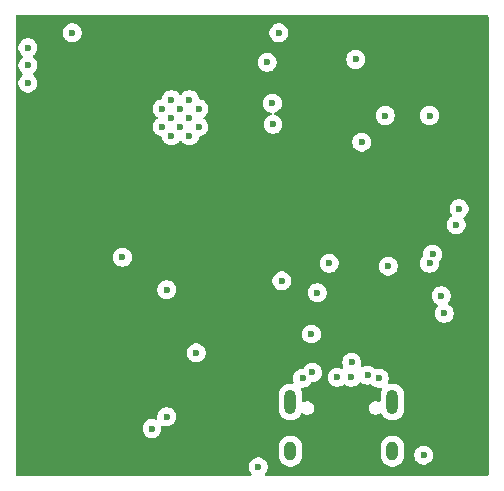
<source format=gbr>
%TF.GenerationSoftware,KiCad,Pcbnew,9.0.1*%
%TF.CreationDate,2025-11-28T17:08:09+01:00*%
%TF.ProjectId,SCD41-D-R1_demo,53434434-312d-4442-9d52-315f64656d6f,rev?*%
%TF.SameCoordinates,Original*%
%TF.FileFunction,Copper,L3,Inr*%
%TF.FilePolarity,Positive*%
%FSLAX46Y46*%
G04 Gerber Fmt 4.6, Leading zero omitted, Abs format (unit mm)*
G04 Created by KiCad (PCBNEW 9.0.1) date 2025-11-28 17:08:09*
%MOMM*%
%LPD*%
G01*
G04 APERTURE LIST*
%TA.AperFunction,HeatsinkPad*%
%ADD10O,1.000000X2.100000*%
%TD*%
%TA.AperFunction,HeatsinkPad*%
%ADD11O,1.000000X1.600000*%
%TD*%
%TA.AperFunction,HeatsinkPad*%
%ADD12C,0.600000*%
%TD*%
%TA.AperFunction,ViaPad*%
%ADD13C,0.600000*%
%TD*%
G04 APERTURE END LIST*
D10*
%TO.N,GND*%
%TO.C,J4*%
X182717500Y-98240000D03*
D11*
X182717500Y-102420000D03*
D10*
X191357500Y-98240000D03*
D11*
X191357500Y-102420000D03*
%TD*%
D12*
%TO.N,GND*%
%TO.C,U4*%
X171890000Y-73427500D03*
X171890000Y-74952500D03*
X172652500Y-72665000D03*
X172652500Y-74190000D03*
X172652500Y-75715000D03*
X173415000Y-73427500D03*
X173415000Y-74952500D03*
X174177500Y-72665000D03*
X174177500Y-74190000D03*
X174177500Y-75715000D03*
X174940000Y-73427500D03*
X174940000Y-74952500D03*
%TD*%
D13*
%TO.N,D+*%
X186687500Y-96166988D03*
X187887500Y-96166987D03*
%TO.N,VIN*%
X184587500Y-95750000D03*
X189250000Y-96000000D03*
%TO.N,GND*%
X191000000Y-86750000D03*
%TO.N,Net-(Q1A-E1)*%
X197000000Y-81900000D03*
X196750000Y-83250000D03*
%TO.N,TX*%
X190750000Y-74000000D03*
X194752983Y-85741051D03*
%TO.N,RX*%
X188750000Y-76250000D03*
X194500000Y-86500000D03*
%TO.N,EN*%
X180750000Y-69500000D03*
X188250000Y-69250000D03*
%TO.N,SCL*%
X181200735Y-72950735D03*
X181250000Y-74750000D03*
%TO.N,GND*%
X174750000Y-94100000D03*
X190250000Y-96250000D03*
X183750000Y-96250000D03*
X184500000Y-92500000D03*
X185000000Y-89000000D03*
X182000000Y-88000000D03*
X186000000Y-86500000D03*
%TO.N,+3.3V*%
X190500000Y-77750000D03*
X194500000Y-72750000D03*
%TO.N,GND*%
X194500000Y-74000000D03*
%TO.N,+3.3V*%
X186750000Y-70250000D03*
%TO.N,GND*%
X181750000Y-67000000D03*
X195500000Y-89250000D03*
X195750000Y-90750000D03*
%TO.N,+3.3V*%
X192500000Y-94000000D03*
X192000000Y-91500000D03*
X189000000Y-86500000D03*
X189000000Y-88000000D03*
X190500000Y-89000000D03*
%TO.N,GND*%
X187906985Y-94900000D03*
X194000000Y-102750000D03*
X180000000Y-103750000D03*
%TO.N,+3.3V*%
X173500000Y-88750000D03*
X174250000Y-102750000D03*
%TO.N,GND*%
X172250000Y-99500000D03*
%TO.N,+3.3V*%
X173500000Y-99500000D03*
X173000000Y-101250000D03*
%TO.N,GND*%
X171000000Y-100500000D03*
X172250000Y-88750000D03*
X168500000Y-86000000D03*
%TO.N,+3.3V*%
X164250000Y-68250000D03*
X163250000Y-69750000D03*
X163250000Y-68250000D03*
%TO.N,GND*%
X164250000Y-67000000D03*
X160500000Y-71250000D03*
X160500000Y-69750000D03*
X160500000Y-68250000D03*
%TD*%
%TA.AperFunction,Conductor*%
%TO.N,+3.3V*%
G36*
X199442539Y-65520185D02*
G01*
X199488294Y-65572989D01*
X199499500Y-65624500D01*
X199499500Y-104375500D01*
X199479815Y-104442539D01*
X199427011Y-104488294D01*
X199375500Y-104499500D01*
X180681941Y-104499500D01*
X180614902Y-104479815D01*
X180569147Y-104427011D01*
X180559203Y-104357853D01*
X180588228Y-104294297D01*
X180594260Y-104287819D01*
X180621786Y-104260292D01*
X180621789Y-104260289D01*
X180709394Y-104129179D01*
X180769737Y-103983497D01*
X180800500Y-103828842D01*
X180800500Y-103671158D01*
X180800500Y-103671155D01*
X180800499Y-103671153D01*
X180769738Y-103516510D01*
X180769737Y-103516503D01*
X180709794Y-103371786D01*
X180709397Y-103370827D01*
X180709390Y-103370814D01*
X180621789Y-103239711D01*
X180621786Y-103239707D01*
X180510292Y-103128213D01*
X180510288Y-103128210D01*
X180379185Y-103040609D01*
X180379172Y-103040602D01*
X180233501Y-102980264D01*
X180233489Y-102980261D01*
X180078845Y-102949500D01*
X180078842Y-102949500D01*
X179921158Y-102949500D01*
X179921155Y-102949500D01*
X179766510Y-102980261D01*
X179766498Y-102980264D01*
X179620827Y-103040602D01*
X179620814Y-103040609D01*
X179489711Y-103128210D01*
X179489707Y-103128213D01*
X179378213Y-103239707D01*
X179378210Y-103239711D01*
X179290609Y-103370814D01*
X179290602Y-103370827D01*
X179230264Y-103516498D01*
X179230261Y-103516510D01*
X179199500Y-103671153D01*
X179199500Y-103828846D01*
X179230261Y-103983489D01*
X179230264Y-103983501D01*
X179290602Y-104129172D01*
X179290609Y-104129185D01*
X179378210Y-104260288D01*
X179378213Y-104260292D01*
X179405740Y-104287819D01*
X179439225Y-104349142D01*
X179434241Y-104418834D01*
X179392369Y-104474767D01*
X179326905Y-104499184D01*
X179318059Y-104499500D01*
X159574500Y-104499500D01*
X159507461Y-104479815D01*
X159461706Y-104427011D01*
X159450500Y-104375500D01*
X159450500Y-102818543D01*
X181716999Y-102818543D01*
X181755447Y-103011829D01*
X181755450Y-103011839D01*
X181830864Y-103193907D01*
X181830871Y-103193920D01*
X181940360Y-103357781D01*
X181940363Y-103357785D01*
X182079714Y-103497136D01*
X182079718Y-103497139D01*
X182243579Y-103606628D01*
X182243592Y-103606635D01*
X182425660Y-103682049D01*
X182425665Y-103682051D01*
X182425669Y-103682051D01*
X182425670Y-103682052D01*
X182618956Y-103720500D01*
X182618959Y-103720500D01*
X182816043Y-103720500D01*
X182946082Y-103694632D01*
X183009335Y-103682051D01*
X183191414Y-103606632D01*
X183355282Y-103497139D01*
X183494639Y-103357782D01*
X183604132Y-103193914D01*
X183679551Y-103011835D01*
X183692132Y-102948582D01*
X183718000Y-102818543D01*
X190356999Y-102818543D01*
X190395447Y-103011829D01*
X190395450Y-103011839D01*
X190470864Y-103193907D01*
X190470871Y-103193920D01*
X190580360Y-103357781D01*
X190580363Y-103357785D01*
X190719714Y-103497136D01*
X190719718Y-103497139D01*
X190883579Y-103606628D01*
X190883592Y-103606635D01*
X191065660Y-103682049D01*
X191065665Y-103682051D01*
X191065669Y-103682051D01*
X191065670Y-103682052D01*
X191258956Y-103720500D01*
X191258959Y-103720500D01*
X191456043Y-103720500D01*
X191586082Y-103694632D01*
X191649335Y-103682051D01*
X191831414Y-103606632D01*
X191995282Y-103497139D01*
X192134639Y-103357782D01*
X192244132Y-103193914D01*
X192319551Y-103011835D01*
X192332132Y-102948582D01*
X192358000Y-102818543D01*
X192358000Y-102671153D01*
X193199500Y-102671153D01*
X193199500Y-102828846D01*
X193230261Y-102983489D01*
X193230264Y-102983501D01*
X193290602Y-103129172D01*
X193290609Y-103129185D01*
X193378210Y-103260288D01*
X193378213Y-103260292D01*
X193489707Y-103371786D01*
X193489711Y-103371789D01*
X193620814Y-103459390D01*
X193620827Y-103459397D01*
X193711946Y-103497139D01*
X193766503Y-103519737D01*
X193921153Y-103550499D01*
X193921156Y-103550500D01*
X193921158Y-103550500D01*
X194078844Y-103550500D01*
X194078845Y-103550499D01*
X194233497Y-103519737D01*
X194379179Y-103459394D01*
X194510289Y-103371789D01*
X194621789Y-103260289D01*
X194709394Y-103129179D01*
X194769737Y-102983497D01*
X194800500Y-102828842D01*
X194800500Y-102671158D01*
X194800500Y-102671155D01*
X194800499Y-102671153D01*
X194769738Y-102516510D01*
X194769737Y-102516503D01*
X194769735Y-102516498D01*
X194709397Y-102370827D01*
X194709390Y-102370814D01*
X194621789Y-102239711D01*
X194621786Y-102239707D01*
X194510292Y-102128213D01*
X194510288Y-102128210D01*
X194379185Y-102040609D01*
X194379172Y-102040602D01*
X194233501Y-101980264D01*
X194233489Y-101980261D01*
X194078845Y-101949500D01*
X194078842Y-101949500D01*
X193921158Y-101949500D01*
X193921155Y-101949500D01*
X193766510Y-101980261D01*
X193766498Y-101980264D01*
X193620827Y-102040602D01*
X193620814Y-102040609D01*
X193489711Y-102128210D01*
X193489707Y-102128213D01*
X193378213Y-102239707D01*
X193378210Y-102239711D01*
X193290609Y-102370814D01*
X193290602Y-102370827D01*
X193230264Y-102516498D01*
X193230261Y-102516510D01*
X193199500Y-102671153D01*
X192358000Y-102671153D01*
X192358000Y-102021456D01*
X192319552Y-101828170D01*
X192319551Y-101828169D01*
X192319551Y-101828165D01*
X192319549Y-101828160D01*
X192244135Y-101646092D01*
X192244128Y-101646079D01*
X192134639Y-101482218D01*
X192134636Y-101482214D01*
X191995285Y-101342863D01*
X191995281Y-101342860D01*
X191831420Y-101233371D01*
X191831407Y-101233364D01*
X191649339Y-101157950D01*
X191649329Y-101157947D01*
X191456043Y-101119500D01*
X191456041Y-101119500D01*
X191258959Y-101119500D01*
X191258957Y-101119500D01*
X191065670Y-101157947D01*
X191065660Y-101157950D01*
X190883592Y-101233364D01*
X190883579Y-101233371D01*
X190719718Y-101342860D01*
X190719714Y-101342863D01*
X190580363Y-101482214D01*
X190580360Y-101482218D01*
X190470871Y-101646079D01*
X190470864Y-101646092D01*
X190395450Y-101828160D01*
X190395447Y-101828170D01*
X190357000Y-102021456D01*
X190357000Y-102021459D01*
X190357000Y-102818541D01*
X190357000Y-102818543D01*
X190356999Y-102818543D01*
X183718000Y-102818543D01*
X183718000Y-102021456D01*
X183679552Y-101828170D01*
X183679551Y-101828169D01*
X183679551Y-101828165D01*
X183679549Y-101828160D01*
X183604135Y-101646092D01*
X183604128Y-101646079D01*
X183494639Y-101482218D01*
X183494636Y-101482214D01*
X183355285Y-101342863D01*
X183355281Y-101342860D01*
X183191420Y-101233371D01*
X183191407Y-101233364D01*
X183009339Y-101157950D01*
X183009329Y-101157947D01*
X182816043Y-101119500D01*
X182816041Y-101119500D01*
X182618959Y-101119500D01*
X182618957Y-101119500D01*
X182425670Y-101157947D01*
X182425660Y-101157950D01*
X182243592Y-101233364D01*
X182243579Y-101233371D01*
X182079718Y-101342860D01*
X182079714Y-101342863D01*
X181940363Y-101482214D01*
X181940360Y-101482218D01*
X181830871Y-101646079D01*
X181830864Y-101646092D01*
X181755450Y-101828160D01*
X181755447Y-101828170D01*
X181717000Y-102021456D01*
X181717000Y-102021459D01*
X181717000Y-102818541D01*
X181717000Y-102818543D01*
X181716999Y-102818543D01*
X159450500Y-102818543D01*
X159450500Y-100421153D01*
X170199500Y-100421153D01*
X170199500Y-100578846D01*
X170230261Y-100733489D01*
X170230264Y-100733501D01*
X170290602Y-100879172D01*
X170290609Y-100879185D01*
X170378210Y-101010288D01*
X170378213Y-101010292D01*
X170489707Y-101121786D01*
X170489711Y-101121789D01*
X170620814Y-101209390D01*
X170620827Y-101209397D01*
X170766498Y-101269735D01*
X170766503Y-101269737D01*
X170921153Y-101300499D01*
X170921156Y-101300500D01*
X170921158Y-101300500D01*
X171078844Y-101300500D01*
X171078845Y-101300499D01*
X171233497Y-101269737D01*
X171379179Y-101209394D01*
X171510289Y-101121789D01*
X171621789Y-101010289D01*
X171709394Y-100879179D01*
X171769737Y-100733497D01*
X171800500Y-100578842D01*
X171800500Y-100421158D01*
X171800500Y-100421155D01*
X171793540Y-100386167D01*
X171799767Y-100316576D01*
X171842629Y-100261398D01*
X171908519Y-100238153D01*
X171962609Y-100247414D01*
X172008683Y-100266498D01*
X172016503Y-100269737D01*
X172171153Y-100300499D01*
X172171156Y-100300500D01*
X172171158Y-100300500D01*
X172328844Y-100300500D01*
X172328845Y-100300499D01*
X172483497Y-100269737D01*
X172629179Y-100209394D01*
X172760289Y-100121789D01*
X172871789Y-100010289D01*
X172959394Y-99879179D01*
X173019737Y-99733497D01*
X173050500Y-99578842D01*
X173050500Y-99421158D01*
X173050500Y-99421155D01*
X173050499Y-99421153D01*
X173019737Y-99266503D01*
X173018662Y-99263907D01*
X172959397Y-99120827D01*
X172959390Y-99120814D01*
X172871789Y-98989711D01*
X172871786Y-98989707D01*
X172770622Y-98888543D01*
X181716999Y-98888543D01*
X181755447Y-99081829D01*
X181755450Y-99081839D01*
X181830864Y-99263907D01*
X181830871Y-99263920D01*
X181940360Y-99427781D01*
X181940363Y-99427785D01*
X182079714Y-99567136D01*
X182079718Y-99567139D01*
X182243579Y-99676628D01*
X182243592Y-99676635D01*
X182373066Y-99730264D01*
X182425665Y-99752051D01*
X182425669Y-99752051D01*
X182425670Y-99752052D01*
X182618956Y-99790500D01*
X182618959Y-99790500D01*
X182816043Y-99790500D01*
X182960093Y-99761846D01*
X183009335Y-99752051D01*
X183191414Y-99676632D01*
X183355282Y-99567139D01*
X183494639Y-99427782D01*
X183604132Y-99263914D01*
X183604131Y-99263914D01*
X183607517Y-99258848D01*
X183608974Y-99259821D01*
X183652095Y-99215903D01*
X183720229Y-99200426D01*
X183785914Y-99224242D01*
X183788002Y-99225809D01*
X183794132Y-99230512D01*
X183794135Y-99230515D01*
X183925365Y-99306281D01*
X184071734Y-99345500D01*
X184071736Y-99345500D01*
X184223264Y-99345500D01*
X184223266Y-99345500D01*
X184369635Y-99306281D01*
X184500865Y-99230515D01*
X184608015Y-99123365D01*
X184683781Y-98992135D01*
X184723000Y-98845766D01*
X184723000Y-98694234D01*
X184683781Y-98547865D01*
X184608015Y-98416635D01*
X184500865Y-98309485D01*
X184417587Y-98261404D01*
X184369636Y-98233719D01*
X184265084Y-98205705D01*
X184223266Y-98194500D01*
X184071734Y-98194500D01*
X183925362Y-98233719D01*
X183903999Y-98246054D01*
X183836098Y-98262525D01*
X183770072Y-98239673D01*
X183726882Y-98184751D01*
X183718000Y-98138666D01*
X183718000Y-97591456D01*
X183679552Y-97398170D01*
X183679551Y-97398169D01*
X183679551Y-97398165D01*
X183606562Y-97221952D01*
X183599093Y-97152483D01*
X183630368Y-97090004D01*
X183690457Y-97054352D01*
X183721123Y-97050500D01*
X183828844Y-97050500D01*
X183828845Y-97050499D01*
X183983497Y-97019737D01*
X184129179Y-96959394D01*
X184260289Y-96871789D01*
X184371789Y-96760289D01*
X184459394Y-96629179D01*
X184460276Y-96627048D01*
X184461035Y-96626106D01*
X184462262Y-96623812D01*
X184462697Y-96624044D01*
X184504112Y-96572647D01*
X184570405Y-96550579D01*
X184574837Y-96550500D01*
X184666344Y-96550500D01*
X184666345Y-96550499D01*
X184820997Y-96519737D01*
X184966679Y-96459394D01*
X185097789Y-96371789D01*
X185209289Y-96260289D01*
X185296894Y-96129179D01*
X185313890Y-96088146D01*
X185313892Y-96088141D01*
X185887000Y-96088141D01*
X185887000Y-96245834D01*
X185917761Y-96400477D01*
X185917764Y-96400489D01*
X185978102Y-96546160D01*
X185978109Y-96546173D01*
X186065710Y-96677276D01*
X186065713Y-96677280D01*
X186177207Y-96788774D01*
X186177211Y-96788777D01*
X186308314Y-96876378D01*
X186308327Y-96876385D01*
X186453996Y-96936722D01*
X186454003Y-96936725D01*
X186608648Y-96967486D01*
X186608653Y-96967487D01*
X186608656Y-96967488D01*
X186608658Y-96967488D01*
X186766344Y-96967488D01*
X186766345Y-96967487D01*
X186920997Y-96936725D01*
X187066679Y-96876382D01*
X187197789Y-96788777D01*
X187199814Y-96786751D01*
X187201135Y-96786030D01*
X187202493Y-96784916D01*
X187202704Y-96785173D01*
X187261132Y-96753263D01*
X187330824Y-96758242D01*
X187372439Y-96784986D01*
X187372501Y-96784911D01*
X187373148Y-96785441D01*
X187375188Y-96786753D01*
X187377211Y-96788776D01*
X187508314Y-96876377D01*
X187508327Y-96876384D01*
X187653998Y-96936722D01*
X187654003Y-96936724D01*
X187808653Y-96967486D01*
X187808656Y-96967487D01*
X187808658Y-96967487D01*
X187966344Y-96967487D01*
X187966345Y-96967486D01*
X188120997Y-96936724D01*
X188233666Y-96890054D01*
X188266672Y-96876384D01*
X188266672Y-96876383D01*
X188266679Y-96876381D01*
X188397789Y-96788776D01*
X188509289Y-96677276D01*
X188539864Y-96631516D01*
X188593474Y-96586712D01*
X188662799Y-96578003D01*
X188725827Y-96608157D01*
X188730647Y-96612726D01*
X188739707Y-96621786D01*
X188739711Y-96621789D01*
X188870814Y-96709390D01*
X188870827Y-96709397D01*
X188984041Y-96756291D01*
X189016503Y-96769737D01*
X189171153Y-96800499D01*
X189171156Y-96800500D01*
X189171158Y-96800500D01*
X189328844Y-96800500D01*
X189328845Y-96800499D01*
X189483497Y-96769737D01*
X189515959Y-96756290D01*
X189585423Y-96748821D01*
X189647903Y-96780093D01*
X189651091Y-96783170D01*
X189739707Y-96871786D01*
X189739711Y-96871789D01*
X189870814Y-96959390D01*
X189870827Y-96959397D01*
X190016498Y-97019735D01*
X190016503Y-97019737D01*
X190168157Y-97049903D01*
X190171153Y-97050499D01*
X190171156Y-97050500D01*
X190171158Y-97050500D01*
X190328841Y-97050500D01*
X190328842Y-97050500D01*
X190330821Y-97050106D01*
X190331881Y-97050200D01*
X190334907Y-97049903D01*
X190334963Y-97050476D01*
X190400413Y-97056324D01*
X190455595Y-97099180D01*
X190478848Y-97165067D01*
X190469589Y-97219172D01*
X190468438Y-97221952D01*
X190395449Y-97398165D01*
X190395448Y-97398168D01*
X190395448Y-97398169D01*
X190395447Y-97398170D01*
X190357000Y-97591456D01*
X190357000Y-98138666D01*
X190337315Y-98205705D01*
X190284511Y-98251460D01*
X190215353Y-98261404D01*
X190171001Y-98246054D01*
X190149637Y-98233719D01*
X190045084Y-98205705D01*
X190003266Y-98194500D01*
X189851734Y-98194500D01*
X189705363Y-98233719D01*
X189574135Y-98309485D01*
X189574132Y-98309487D01*
X189466987Y-98416632D01*
X189466985Y-98416635D01*
X189391219Y-98547863D01*
X189352000Y-98694234D01*
X189352000Y-98845766D01*
X189363462Y-98888543D01*
X189391219Y-98992136D01*
X189429102Y-99057750D01*
X189466985Y-99123365D01*
X189574135Y-99230515D01*
X189705365Y-99306281D01*
X189851734Y-99345500D01*
X189851736Y-99345500D01*
X190003264Y-99345500D01*
X190003266Y-99345500D01*
X190149635Y-99306281D01*
X190280865Y-99230515D01*
X190280874Y-99230505D01*
X190286988Y-99225815D01*
X190352156Y-99200617D01*
X190420601Y-99214650D01*
X190466525Y-99259488D01*
X190467483Y-99258849D01*
X190470509Y-99263378D01*
X190470594Y-99263461D01*
X190470728Y-99263706D01*
X190580360Y-99427781D01*
X190580363Y-99427785D01*
X190719714Y-99567136D01*
X190719718Y-99567139D01*
X190883579Y-99676628D01*
X190883592Y-99676635D01*
X191013066Y-99730264D01*
X191065665Y-99752051D01*
X191065669Y-99752051D01*
X191065670Y-99752052D01*
X191258956Y-99790500D01*
X191258959Y-99790500D01*
X191456043Y-99790500D01*
X191600093Y-99761846D01*
X191649335Y-99752051D01*
X191831414Y-99676632D01*
X191995282Y-99567139D01*
X192134639Y-99427782D01*
X192244132Y-99263914D01*
X192319551Y-99081835D01*
X192332132Y-99018582D01*
X192358000Y-98888543D01*
X192358000Y-97591456D01*
X192319552Y-97398170D01*
X192319551Y-97398169D01*
X192319551Y-97398165D01*
X192246562Y-97221952D01*
X192244135Y-97216092D01*
X192244128Y-97216079D01*
X192134639Y-97052218D01*
X192134636Y-97052214D01*
X191995285Y-96912863D01*
X191995281Y-96912860D01*
X191831420Y-96803371D01*
X191831407Y-96803364D01*
X191649339Y-96727950D01*
X191649329Y-96727947D01*
X191456043Y-96689500D01*
X191456041Y-96689500D01*
X191258959Y-96689500D01*
X191258956Y-96689500D01*
X191132796Y-96714595D01*
X191063205Y-96708368D01*
X191008027Y-96665505D01*
X190984783Y-96599615D01*
X190994044Y-96545525D01*
X191019737Y-96483497D01*
X191050500Y-96328842D01*
X191050500Y-96171158D01*
X191050500Y-96171155D01*
X191050499Y-96171153D01*
X191019738Y-96016510D01*
X191019737Y-96016503D01*
X191006062Y-95983489D01*
X190959397Y-95870827D01*
X190959390Y-95870814D01*
X190871789Y-95739711D01*
X190871786Y-95739707D01*
X190760292Y-95628213D01*
X190760288Y-95628210D01*
X190629185Y-95540609D01*
X190629172Y-95540602D01*
X190483501Y-95480264D01*
X190483489Y-95480261D01*
X190328845Y-95449500D01*
X190328842Y-95449500D01*
X190171158Y-95449500D01*
X190171155Y-95449500D01*
X190016511Y-95480260D01*
X190016501Y-95480263D01*
X189984041Y-95493709D01*
X189914571Y-95501178D01*
X189852092Y-95469902D01*
X189848908Y-95466829D01*
X189760292Y-95378213D01*
X189760288Y-95378210D01*
X189629185Y-95290609D01*
X189629172Y-95290602D01*
X189483501Y-95230264D01*
X189483489Y-95230261D01*
X189328845Y-95199500D01*
X189328842Y-95199500D01*
X189171158Y-95199500D01*
X189171155Y-95199500D01*
X189016510Y-95230261D01*
X189016498Y-95230264D01*
X188870827Y-95290602D01*
X188870813Y-95290610D01*
X188852343Y-95302951D01*
X188785665Y-95323827D01*
X188718285Y-95305341D01*
X188671597Y-95253360D01*
X188660422Y-95184390D01*
X188668895Y-95152393D01*
X188676720Y-95133502D01*
X188676720Y-95133501D01*
X188676722Y-95133497D01*
X188707485Y-94978842D01*
X188707485Y-94821158D01*
X188707485Y-94821155D01*
X188707484Y-94821153D01*
X188687719Y-94721789D01*
X188676722Y-94666503D01*
X188653437Y-94610288D01*
X188616382Y-94520827D01*
X188616375Y-94520814D01*
X188528774Y-94389711D01*
X188528771Y-94389707D01*
X188417277Y-94278213D01*
X188417273Y-94278210D01*
X188286170Y-94190609D01*
X188286157Y-94190602D01*
X188140486Y-94130264D01*
X188140474Y-94130261D01*
X187985830Y-94099500D01*
X187985827Y-94099500D01*
X187828143Y-94099500D01*
X187828140Y-94099500D01*
X187673495Y-94130261D01*
X187673483Y-94130264D01*
X187527812Y-94190602D01*
X187527799Y-94190609D01*
X187396696Y-94278210D01*
X187396692Y-94278213D01*
X187285198Y-94389707D01*
X187285195Y-94389711D01*
X187197594Y-94520814D01*
X187197587Y-94520827D01*
X187137249Y-94666498D01*
X187137246Y-94666510D01*
X187106485Y-94821153D01*
X187106485Y-94978846D01*
X187137246Y-95133489D01*
X187137249Y-95133501D01*
X187199349Y-95283426D01*
X187206818Y-95352896D01*
X187175542Y-95415375D01*
X187115453Y-95451026D01*
X187045628Y-95448532D01*
X187037336Y-95445439D01*
X186921001Y-95397252D01*
X186920989Y-95397249D01*
X186766345Y-95366488D01*
X186766342Y-95366488D01*
X186608658Y-95366488D01*
X186608655Y-95366488D01*
X186454010Y-95397249D01*
X186453998Y-95397252D01*
X186308327Y-95457590D01*
X186308314Y-95457597D01*
X186177211Y-95545198D01*
X186177207Y-95545201D01*
X186065713Y-95656695D01*
X186065710Y-95656699D01*
X185978109Y-95787802D01*
X185978102Y-95787815D01*
X185917764Y-95933486D01*
X185917761Y-95933498D01*
X185887000Y-96088141D01*
X185313892Y-96088141D01*
X185336069Y-96034602D01*
X185357235Y-95983501D01*
X185357237Y-95983497D01*
X185388000Y-95828842D01*
X185388000Y-95671158D01*
X185388000Y-95671155D01*
X185387999Y-95671153D01*
X185385123Y-95656695D01*
X185357237Y-95516503D01*
X185350889Y-95501178D01*
X185296897Y-95370827D01*
X185296890Y-95370814D01*
X185209289Y-95239711D01*
X185209286Y-95239707D01*
X185097792Y-95128213D01*
X185097788Y-95128210D01*
X184966685Y-95040609D01*
X184966672Y-95040602D01*
X184821001Y-94980264D01*
X184820989Y-94980261D01*
X184666345Y-94949500D01*
X184666342Y-94949500D01*
X184508658Y-94949500D01*
X184508655Y-94949500D01*
X184354010Y-94980261D01*
X184353998Y-94980264D01*
X184208327Y-95040602D01*
X184208314Y-95040609D01*
X184077211Y-95128210D01*
X184077207Y-95128213D01*
X183965713Y-95239707D01*
X183965710Y-95239711D01*
X183878109Y-95370814D01*
X183878107Y-95370819D01*
X183877225Y-95372949D01*
X183876464Y-95373893D01*
X183875236Y-95376191D01*
X183874800Y-95375958D01*
X183833385Y-95427354D01*
X183767092Y-95449421D01*
X183762662Y-95449500D01*
X183671155Y-95449500D01*
X183516510Y-95480261D01*
X183516498Y-95480264D01*
X183370827Y-95540602D01*
X183370814Y-95540609D01*
X183239711Y-95628210D01*
X183239707Y-95628213D01*
X183128213Y-95739707D01*
X183128210Y-95739711D01*
X183040609Y-95870814D01*
X183040602Y-95870827D01*
X182980264Y-96016498D01*
X182980261Y-96016510D01*
X182949500Y-96171153D01*
X182949500Y-96328846D01*
X182980261Y-96483489D01*
X182980264Y-96483501D01*
X182999221Y-96529267D01*
X183006690Y-96598736D01*
X182975414Y-96661215D01*
X182915325Y-96696867D01*
X182860470Y-96698337D01*
X182816041Y-96689500D01*
X182618959Y-96689500D01*
X182618957Y-96689500D01*
X182425670Y-96727947D01*
X182425660Y-96727950D01*
X182243592Y-96803364D01*
X182243579Y-96803371D01*
X182079718Y-96912860D01*
X182079714Y-96912863D01*
X181940363Y-97052214D01*
X181940360Y-97052218D01*
X181830871Y-97216079D01*
X181830864Y-97216092D01*
X181755450Y-97398160D01*
X181755447Y-97398170D01*
X181717000Y-97591456D01*
X181717000Y-97591459D01*
X181717000Y-98888541D01*
X181717000Y-98888543D01*
X181716999Y-98888543D01*
X172770622Y-98888543D01*
X172760292Y-98878213D01*
X172760288Y-98878210D01*
X172629185Y-98790609D01*
X172629172Y-98790602D01*
X172483501Y-98730264D01*
X172483489Y-98730261D01*
X172328845Y-98699500D01*
X172328842Y-98699500D01*
X172171158Y-98699500D01*
X172171155Y-98699500D01*
X172016510Y-98730261D01*
X172016498Y-98730264D01*
X171870827Y-98790602D01*
X171870814Y-98790609D01*
X171739711Y-98878210D01*
X171739707Y-98878213D01*
X171628213Y-98989707D01*
X171628210Y-98989711D01*
X171540609Y-99120814D01*
X171540602Y-99120827D01*
X171480264Y-99266498D01*
X171480261Y-99266510D01*
X171449500Y-99421153D01*
X171449500Y-99421158D01*
X171449500Y-99578842D01*
X171449501Y-99578846D01*
X171456460Y-99613834D01*
X171450231Y-99683426D01*
X171407368Y-99738602D01*
X171341478Y-99761846D01*
X171287391Y-99752586D01*
X171241314Y-99733501D01*
X171233497Y-99730263D01*
X171233493Y-99730262D01*
X171233489Y-99730261D01*
X171078845Y-99699500D01*
X171078842Y-99699500D01*
X170921158Y-99699500D01*
X170921155Y-99699500D01*
X170766510Y-99730261D01*
X170766498Y-99730264D01*
X170620827Y-99790602D01*
X170620814Y-99790609D01*
X170489711Y-99878210D01*
X170489707Y-99878213D01*
X170378213Y-99989707D01*
X170378210Y-99989711D01*
X170290609Y-100120814D01*
X170290602Y-100120827D01*
X170230264Y-100266498D01*
X170230261Y-100266510D01*
X170199500Y-100421153D01*
X159450500Y-100421153D01*
X159450500Y-94021153D01*
X173949500Y-94021153D01*
X173949500Y-94178846D01*
X173980261Y-94333489D01*
X173980264Y-94333501D01*
X174040602Y-94479172D01*
X174040609Y-94479185D01*
X174128210Y-94610288D01*
X174128213Y-94610292D01*
X174239707Y-94721786D01*
X174239711Y-94721789D01*
X174370814Y-94809390D01*
X174370827Y-94809397D01*
X174516498Y-94869735D01*
X174516503Y-94869737D01*
X174671153Y-94900499D01*
X174671156Y-94900500D01*
X174671158Y-94900500D01*
X174828844Y-94900500D01*
X174828845Y-94900499D01*
X174983497Y-94869737D01*
X175129179Y-94809394D01*
X175260289Y-94721789D01*
X175371789Y-94610289D01*
X175459394Y-94479179D01*
X175519737Y-94333497D01*
X175550500Y-94178842D01*
X175550500Y-94021158D01*
X175550500Y-94021155D01*
X175550499Y-94021153D01*
X175519738Y-93866510D01*
X175519737Y-93866503D01*
X175519735Y-93866498D01*
X175459397Y-93720827D01*
X175459390Y-93720814D01*
X175371789Y-93589711D01*
X175371786Y-93589707D01*
X175260292Y-93478213D01*
X175260288Y-93478210D01*
X175129185Y-93390609D01*
X175129172Y-93390602D01*
X174983501Y-93330264D01*
X174983489Y-93330261D01*
X174828845Y-93299500D01*
X174828842Y-93299500D01*
X174671158Y-93299500D01*
X174671155Y-93299500D01*
X174516510Y-93330261D01*
X174516498Y-93330264D01*
X174370827Y-93390602D01*
X174370814Y-93390609D01*
X174239711Y-93478210D01*
X174239707Y-93478213D01*
X174128213Y-93589707D01*
X174128210Y-93589711D01*
X174040609Y-93720814D01*
X174040602Y-93720827D01*
X173980264Y-93866498D01*
X173980261Y-93866510D01*
X173949500Y-94021153D01*
X159450500Y-94021153D01*
X159450500Y-92421153D01*
X183699500Y-92421153D01*
X183699500Y-92578846D01*
X183730261Y-92733489D01*
X183730264Y-92733501D01*
X183790602Y-92879172D01*
X183790609Y-92879185D01*
X183878210Y-93010288D01*
X183878213Y-93010292D01*
X183989707Y-93121786D01*
X183989711Y-93121789D01*
X184120814Y-93209390D01*
X184120827Y-93209397D01*
X184266498Y-93269735D01*
X184266503Y-93269737D01*
X184416131Y-93299500D01*
X184421153Y-93300499D01*
X184421156Y-93300500D01*
X184421158Y-93300500D01*
X184578844Y-93300500D01*
X184578845Y-93300499D01*
X184733497Y-93269737D01*
X184879179Y-93209394D01*
X185010289Y-93121789D01*
X185121789Y-93010289D01*
X185209394Y-92879179D01*
X185269737Y-92733497D01*
X185300500Y-92578842D01*
X185300500Y-92421158D01*
X185300500Y-92421155D01*
X185300499Y-92421153D01*
X185269738Y-92266510D01*
X185269737Y-92266503D01*
X185269735Y-92266498D01*
X185209397Y-92120827D01*
X185209390Y-92120814D01*
X185121789Y-91989711D01*
X185121786Y-91989707D01*
X185010292Y-91878213D01*
X185010288Y-91878210D01*
X184879185Y-91790609D01*
X184879172Y-91790602D01*
X184733501Y-91730264D01*
X184733489Y-91730261D01*
X184578845Y-91699500D01*
X184578842Y-91699500D01*
X184421158Y-91699500D01*
X184421155Y-91699500D01*
X184266510Y-91730261D01*
X184266498Y-91730264D01*
X184120827Y-91790602D01*
X184120814Y-91790609D01*
X183989711Y-91878210D01*
X183989707Y-91878213D01*
X183878213Y-91989707D01*
X183878210Y-91989711D01*
X183790609Y-92120814D01*
X183790602Y-92120827D01*
X183730264Y-92266498D01*
X183730261Y-92266510D01*
X183699500Y-92421153D01*
X159450500Y-92421153D01*
X159450500Y-88671153D01*
X171449500Y-88671153D01*
X171449500Y-88828846D01*
X171480261Y-88983489D01*
X171480264Y-88983501D01*
X171540602Y-89129172D01*
X171540609Y-89129185D01*
X171628210Y-89260288D01*
X171628213Y-89260292D01*
X171739707Y-89371786D01*
X171739711Y-89371789D01*
X171870814Y-89459390D01*
X171870827Y-89459397D01*
X172016498Y-89519735D01*
X172016503Y-89519737D01*
X172171153Y-89550499D01*
X172171156Y-89550500D01*
X172171158Y-89550500D01*
X172328844Y-89550500D01*
X172328845Y-89550499D01*
X172483497Y-89519737D01*
X172629179Y-89459394D01*
X172760289Y-89371789D01*
X172871789Y-89260289D01*
X172959394Y-89129179D01*
X173019737Y-88983497D01*
X173032138Y-88921153D01*
X184199500Y-88921153D01*
X184199500Y-89078846D01*
X184230261Y-89233489D01*
X184230264Y-89233501D01*
X184290602Y-89379172D01*
X184290609Y-89379185D01*
X184378210Y-89510288D01*
X184378213Y-89510292D01*
X184489707Y-89621786D01*
X184489711Y-89621789D01*
X184620814Y-89709390D01*
X184620827Y-89709397D01*
X184766498Y-89769735D01*
X184766503Y-89769737D01*
X184921153Y-89800499D01*
X184921156Y-89800500D01*
X184921158Y-89800500D01*
X185078844Y-89800500D01*
X185078845Y-89800499D01*
X185233497Y-89769737D01*
X185379179Y-89709394D01*
X185510289Y-89621789D01*
X185621789Y-89510289D01*
X185709394Y-89379179D01*
X185769737Y-89233497D01*
X185782138Y-89171153D01*
X194699500Y-89171153D01*
X194699500Y-89328846D01*
X194730261Y-89483489D01*
X194730264Y-89483501D01*
X194790602Y-89629172D01*
X194790609Y-89629185D01*
X194878210Y-89760288D01*
X194878213Y-89760292D01*
X194989707Y-89871786D01*
X194989711Y-89871789D01*
X195120814Y-89959390D01*
X195120827Y-89959397D01*
X195152806Y-89972643D01*
X195207210Y-90016483D01*
X195229275Y-90082778D01*
X195211996Y-90150477D01*
X195193036Y-90174885D01*
X195128210Y-90239711D01*
X195040609Y-90370814D01*
X195040602Y-90370827D01*
X194980264Y-90516498D01*
X194980261Y-90516510D01*
X194949500Y-90671153D01*
X194949500Y-90828846D01*
X194980261Y-90983489D01*
X194980264Y-90983501D01*
X195040602Y-91129172D01*
X195040609Y-91129185D01*
X195128210Y-91260288D01*
X195128213Y-91260292D01*
X195239707Y-91371786D01*
X195239711Y-91371789D01*
X195370814Y-91459390D01*
X195370827Y-91459397D01*
X195516498Y-91519735D01*
X195516503Y-91519737D01*
X195671153Y-91550499D01*
X195671156Y-91550500D01*
X195671158Y-91550500D01*
X195828844Y-91550500D01*
X195828845Y-91550499D01*
X195983497Y-91519737D01*
X196129179Y-91459394D01*
X196260289Y-91371789D01*
X196371789Y-91260289D01*
X196459394Y-91129179D01*
X196519737Y-90983497D01*
X196550500Y-90828842D01*
X196550500Y-90671158D01*
X196550500Y-90671155D01*
X196550499Y-90671153D01*
X196519738Y-90516510D01*
X196519737Y-90516503D01*
X196519735Y-90516498D01*
X196459397Y-90370827D01*
X196459390Y-90370814D01*
X196371789Y-90239711D01*
X196371786Y-90239707D01*
X196260292Y-90128213D01*
X196260288Y-90128210D01*
X196129185Y-90040609D01*
X196129179Y-90040606D01*
X196097191Y-90027356D01*
X196042788Y-89983514D01*
X196020724Y-89917220D01*
X196038004Y-89849521D01*
X196056960Y-89825117D01*
X196121789Y-89760289D01*
X196209394Y-89629179D01*
X196269737Y-89483497D01*
X196300500Y-89328842D01*
X196300500Y-89171158D01*
X196300500Y-89171155D01*
X196300499Y-89171153D01*
X196269738Y-89016510D01*
X196269737Y-89016503D01*
X196230242Y-88921153D01*
X196209397Y-88870827D01*
X196209390Y-88870814D01*
X196121789Y-88739711D01*
X196121786Y-88739707D01*
X196010292Y-88628213D01*
X196010288Y-88628210D01*
X195879185Y-88540609D01*
X195879172Y-88540602D01*
X195733501Y-88480264D01*
X195733489Y-88480261D01*
X195578845Y-88449500D01*
X195578842Y-88449500D01*
X195421158Y-88449500D01*
X195421155Y-88449500D01*
X195266510Y-88480261D01*
X195266498Y-88480264D01*
X195120827Y-88540602D01*
X195120814Y-88540609D01*
X194989711Y-88628210D01*
X194989707Y-88628213D01*
X194878213Y-88739707D01*
X194878210Y-88739711D01*
X194790609Y-88870814D01*
X194790602Y-88870827D01*
X194730264Y-89016498D01*
X194730261Y-89016510D01*
X194699500Y-89171153D01*
X185782138Y-89171153D01*
X185790489Y-89129172D01*
X185800500Y-89078844D01*
X185800500Y-88921155D01*
X185800499Y-88921153D01*
X185769738Y-88766510D01*
X185769737Y-88766503D01*
X185769735Y-88766498D01*
X185709397Y-88620827D01*
X185709390Y-88620814D01*
X185621789Y-88489711D01*
X185621786Y-88489707D01*
X185510292Y-88378213D01*
X185510288Y-88378210D01*
X185379185Y-88290609D01*
X185379172Y-88290602D01*
X185233501Y-88230264D01*
X185233489Y-88230261D01*
X185078845Y-88199500D01*
X185078842Y-88199500D01*
X184921158Y-88199500D01*
X184921155Y-88199500D01*
X184766510Y-88230261D01*
X184766498Y-88230264D01*
X184620827Y-88290602D01*
X184620814Y-88290609D01*
X184489711Y-88378210D01*
X184489707Y-88378213D01*
X184378213Y-88489707D01*
X184378210Y-88489711D01*
X184290609Y-88620814D01*
X184290602Y-88620827D01*
X184230264Y-88766498D01*
X184230261Y-88766510D01*
X184199500Y-88921153D01*
X173032138Y-88921153D01*
X173050500Y-88828842D01*
X173050500Y-88671158D01*
X173050500Y-88671155D01*
X173050499Y-88671153D01*
X173024531Y-88540606D01*
X173019737Y-88516503D01*
X173017163Y-88510288D01*
X172959397Y-88370827D01*
X172959390Y-88370814D01*
X172871789Y-88239711D01*
X172871786Y-88239707D01*
X172760292Y-88128213D01*
X172760288Y-88128210D01*
X172629185Y-88040609D01*
X172629173Y-88040602D01*
X172602674Y-88029627D01*
X172483501Y-87980264D01*
X172483489Y-87980261D01*
X172328845Y-87949500D01*
X172328842Y-87949500D01*
X172171158Y-87949500D01*
X172171155Y-87949500D01*
X172016510Y-87980261D01*
X172016498Y-87980264D01*
X171870827Y-88040602D01*
X171870814Y-88040609D01*
X171739711Y-88128210D01*
X171739707Y-88128213D01*
X171628213Y-88239707D01*
X171628210Y-88239711D01*
X171540609Y-88370814D01*
X171540602Y-88370827D01*
X171480264Y-88516498D01*
X171480261Y-88516510D01*
X171449500Y-88671153D01*
X159450500Y-88671153D01*
X159450500Y-87921153D01*
X181199500Y-87921153D01*
X181199500Y-88078846D01*
X181230261Y-88233489D01*
X181230264Y-88233501D01*
X181290602Y-88379172D01*
X181290609Y-88379185D01*
X181378210Y-88510288D01*
X181378213Y-88510292D01*
X181489707Y-88621786D01*
X181489711Y-88621789D01*
X181620814Y-88709390D01*
X181620827Y-88709397D01*
X181694013Y-88739711D01*
X181766503Y-88769737D01*
X181921153Y-88800499D01*
X181921156Y-88800500D01*
X181921158Y-88800500D01*
X182078844Y-88800500D01*
X182078845Y-88800499D01*
X182089179Y-88798443D01*
X182114287Y-88793450D01*
X182114292Y-88793449D01*
X182199800Y-88776439D01*
X182233497Y-88769737D01*
X182379179Y-88709394D01*
X182510289Y-88621789D01*
X182621789Y-88510289D01*
X182709394Y-88379179D01*
X182712854Y-88370827D01*
X182723067Y-88346166D01*
X182769737Y-88233497D01*
X182800500Y-88078842D01*
X182800500Y-87921158D01*
X182800500Y-87921155D01*
X182800499Y-87921153D01*
X182769738Y-87766510D01*
X182769737Y-87766503D01*
X182769735Y-87766498D01*
X182709397Y-87620827D01*
X182709390Y-87620814D01*
X182621789Y-87489711D01*
X182621786Y-87489707D01*
X182510292Y-87378213D01*
X182510288Y-87378210D01*
X182379185Y-87290609D01*
X182379172Y-87290602D01*
X182233501Y-87230264D01*
X182233489Y-87230261D01*
X182078845Y-87199500D01*
X182078842Y-87199500D01*
X181921158Y-87199500D01*
X181921155Y-87199500D01*
X181766510Y-87230261D01*
X181766498Y-87230264D01*
X181620827Y-87290602D01*
X181620814Y-87290609D01*
X181489711Y-87378210D01*
X181489707Y-87378213D01*
X181378213Y-87489707D01*
X181378210Y-87489711D01*
X181290609Y-87620814D01*
X181290602Y-87620827D01*
X181230264Y-87766498D01*
X181230261Y-87766510D01*
X181199500Y-87921153D01*
X159450500Y-87921153D01*
X159450500Y-85921153D01*
X167699500Y-85921153D01*
X167699500Y-86078846D01*
X167730261Y-86233489D01*
X167730264Y-86233501D01*
X167790602Y-86379172D01*
X167790609Y-86379185D01*
X167878210Y-86510288D01*
X167878213Y-86510292D01*
X167989707Y-86621786D01*
X167989711Y-86621789D01*
X168120814Y-86709390D01*
X168120827Y-86709397D01*
X168266498Y-86769735D01*
X168266503Y-86769737D01*
X168421153Y-86800499D01*
X168421156Y-86800500D01*
X168421158Y-86800500D01*
X168578844Y-86800500D01*
X168578845Y-86800499D01*
X168733497Y-86769737D01*
X168879179Y-86709394D01*
X169010289Y-86621789D01*
X169121789Y-86510289D01*
X169181348Y-86421153D01*
X185199500Y-86421153D01*
X185199500Y-86578846D01*
X185230261Y-86733489D01*
X185230264Y-86733501D01*
X185290602Y-86879172D01*
X185290609Y-86879185D01*
X185378210Y-87010288D01*
X185378213Y-87010292D01*
X185489707Y-87121786D01*
X185489711Y-87121789D01*
X185620814Y-87209390D01*
X185620827Y-87209397D01*
X185766498Y-87269735D01*
X185766503Y-87269737D01*
X185921153Y-87300499D01*
X185921156Y-87300500D01*
X185921158Y-87300500D01*
X186078844Y-87300500D01*
X186078845Y-87300499D01*
X186233497Y-87269737D01*
X186379179Y-87209394D01*
X186510289Y-87121789D01*
X186621789Y-87010289D01*
X186709394Y-86879179D01*
X186769737Y-86733497D01*
X186782138Y-86671153D01*
X190199500Y-86671153D01*
X190199500Y-86828846D01*
X190230261Y-86983489D01*
X190230264Y-86983501D01*
X190290602Y-87129172D01*
X190290609Y-87129185D01*
X190378210Y-87260288D01*
X190378213Y-87260292D01*
X190489707Y-87371786D01*
X190489711Y-87371789D01*
X190620814Y-87459390D01*
X190620827Y-87459397D01*
X190694013Y-87489711D01*
X190766503Y-87519737D01*
X190921153Y-87550499D01*
X190921156Y-87550500D01*
X190921158Y-87550500D01*
X191078844Y-87550500D01*
X191078845Y-87550499D01*
X191233497Y-87519737D01*
X191379179Y-87459394D01*
X191510289Y-87371789D01*
X191621789Y-87260289D01*
X191709394Y-87129179D01*
X191769737Y-86983497D01*
X191800500Y-86828842D01*
X191800500Y-86671158D01*
X191800500Y-86671155D01*
X191800499Y-86671153D01*
X191769738Y-86516510D01*
X191769737Y-86516503D01*
X191730242Y-86421153D01*
X193699500Y-86421153D01*
X193699500Y-86578846D01*
X193730261Y-86733489D01*
X193730264Y-86733501D01*
X193790602Y-86879172D01*
X193790609Y-86879185D01*
X193878210Y-87010288D01*
X193878213Y-87010292D01*
X193989707Y-87121786D01*
X193989711Y-87121789D01*
X194120814Y-87209390D01*
X194120827Y-87209397D01*
X194266498Y-87269735D01*
X194266503Y-87269737D01*
X194421153Y-87300499D01*
X194421156Y-87300500D01*
X194421158Y-87300500D01*
X194578844Y-87300500D01*
X194578845Y-87300499D01*
X194733497Y-87269737D01*
X194879179Y-87209394D01*
X195010289Y-87121789D01*
X195121789Y-87010289D01*
X195209394Y-86879179D01*
X195269737Y-86733497D01*
X195300500Y-86578842D01*
X195300500Y-86421158D01*
X195300500Y-86421155D01*
X195297579Y-86406474D01*
X195303803Y-86336882D01*
X195331514Y-86294597D01*
X195374772Y-86251340D01*
X195462377Y-86120230D01*
X195522720Y-85974548D01*
X195553483Y-85819893D01*
X195553483Y-85662209D01*
X195553483Y-85662206D01*
X195553482Y-85662204D01*
X195522720Y-85507554D01*
X195469145Y-85378211D01*
X195462380Y-85361878D01*
X195462373Y-85361865D01*
X195374772Y-85230762D01*
X195374769Y-85230758D01*
X195263275Y-85119264D01*
X195263271Y-85119261D01*
X195132168Y-85031660D01*
X195132155Y-85031653D01*
X194986484Y-84971315D01*
X194986472Y-84971312D01*
X194831828Y-84940551D01*
X194831825Y-84940551D01*
X194674141Y-84940551D01*
X194674138Y-84940551D01*
X194519493Y-84971312D01*
X194519481Y-84971315D01*
X194373810Y-85031653D01*
X194373797Y-85031660D01*
X194242694Y-85119261D01*
X194242690Y-85119264D01*
X194131196Y-85230758D01*
X194131193Y-85230762D01*
X194043592Y-85361865D01*
X194043585Y-85361878D01*
X193983247Y-85507549D01*
X193983244Y-85507561D01*
X193952483Y-85662204D01*
X193952483Y-85819894D01*
X193955404Y-85834578D01*
X193949177Y-85904170D01*
X193921470Y-85946450D01*
X193878212Y-85989708D01*
X193878208Y-85989714D01*
X193790609Y-86120814D01*
X193790602Y-86120827D01*
X193730264Y-86266498D01*
X193730261Y-86266510D01*
X193699500Y-86421153D01*
X191730242Y-86421153D01*
X191724162Y-86406474D01*
X191709397Y-86370827D01*
X191709390Y-86370814D01*
X191621789Y-86239711D01*
X191621786Y-86239707D01*
X191510292Y-86128213D01*
X191510288Y-86128210D01*
X191379185Y-86040609D01*
X191379172Y-86040602D01*
X191233501Y-85980264D01*
X191233489Y-85980261D01*
X191078845Y-85949500D01*
X191078842Y-85949500D01*
X190921158Y-85949500D01*
X190921155Y-85949500D01*
X190766510Y-85980261D01*
X190766498Y-85980264D01*
X190620827Y-86040602D01*
X190620814Y-86040609D01*
X190489711Y-86128210D01*
X190489707Y-86128213D01*
X190378213Y-86239707D01*
X190378210Y-86239711D01*
X190290609Y-86370814D01*
X190290602Y-86370827D01*
X190230264Y-86516498D01*
X190230261Y-86516510D01*
X190199500Y-86671153D01*
X186782138Y-86671153D01*
X186791958Y-86621786D01*
X186800500Y-86578844D01*
X186800500Y-86421155D01*
X186800499Y-86421153D01*
X186769738Y-86266510D01*
X186769737Y-86266503D01*
X186763455Y-86251337D01*
X186709397Y-86120827D01*
X186709390Y-86120814D01*
X186621789Y-85989711D01*
X186621786Y-85989707D01*
X186510292Y-85878213D01*
X186510288Y-85878210D01*
X186379185Y-85790609D01*
X186379172Y-85790602D01*
X186233501Y-85730264D01*
X186233489Y-85730261D01*
X186078845Y-85699500D01*
X186078842Y-85699500D01*
X185921158Y-85699500D01*
X185921155Y-85699500D01*
X185766510Y-85730261D01*
X185766498Y-85730264D01*
X185620827Y-85790602D01*
X185620814Y-85790609D01*
X185489711Y-85878210D01*
X185489707Y-85878213D01*
X185378213Y-85989707D01*
X185378210Y-85989711D01*
X185290609Y-86120814D01*
X185290602Y-86120827D01*
X185230264Y-86266498D01*
X185230261Y-86266510D01*
X185199500Y-86421153D01*
X169181348Y-86421153D01*
X169209394Y-86379179D01*
X169269737Y-86233497D01*
X169300500Y-86078842D01*
X169300500Y-85921158D01*
X169300500Y-85921155D01*
X169300499Y-85921153D01*
X169274531Y-85790606D01*
X169269737Y-85766503D01*
X169269735Y-85766498D01*
X169209397Y-85620827D01*
X169209390Y-85620814D01*
X169121789Y-85489711D01*
X169121786Y-85489707D01*
X169010292Y-85378213D01*
X169010288Y-85378210D01*
X168879185Y-85290609D01*
X168879172Y-85290602D01*
X168733501Y-85230264D01*
X168733489Y-85230261D01*
X168578845Y-85199500D01*
X168578842Y-85199500D01*
X168421158Y-85199500D01*
X168421155Y-85199500D01*
X168266510Y-85230261D01*
X168266498Y-85230264D01*
X168120827Y-85290602D01*
X168120814Y-85290609D01*
X167989711Y-85378210D01*
X167989707Y-85378213D01*
X167878213Y-85489707D01*
X167878210Y-85489711D01*
X167790609Y-85620814D01*
X167790602Y-85620827D01*
X167730264Y-85766498D01*
X167730261Y-85766510D01*
X167699500Y-85921153D01*
X159450500Y-85921153D01*
X159450500Y-83171153D01*
X195949500Y-83171153D01*
X195949500Y-83328846D01*
X195980261Y-83483489D01*
X195980264Y-83483501D01*
X196040602Y-83629172D01*
X196040609Y-83629185D01*
X196128210Y-83760288D01*
X196128213Y-83760292D01*
X196239707Y-83871786D01*
X196239711Y-83871789D01*
X196370814Y-83959390D01*
X196370827Y-83959397D01*
X196516498Y-84019735D01*
X196516503Y-84019737D01*
X196671153Y-84050499D01*
X196671156Y-84050500D01*
X196671158Y-84050500D01*
X196828844Y-84050500D01*
X196828845Y-84050499D01*
X196983497Y-84019737D01*
X197129179Y-83959394D01*
X197260289Y-83871789D01*
X197371789Y-83760289D01*
X197459394Y-83629179D01*
X197519737Y-83483497D01*
X197550500Y-83328842D01*
X197550500Y-83171158D01*
X197550500Y-83171155D01*
X197550499Y-83171153D01*
X197519738Y-83016510D01*
X197519737Y-83016503D01*
X197519735Y-83016498D01*
X197459397Y-82870827D01*
X197459390Y-82870814D01*
X197382762Y-82756133D01*
X197361884Y-82689456D01*
X197380368Y-82622076D01*
X197416970Y-82584142D01*
X197510289Y-82521789D01*
X197621789Y-82410289D01*
X197709394Y-82279179D01*
X197769737Y-82133497D01*
X197800500Y-81978842D01*
X197800500Y-81821158D01*
X197800500Y-81821155D01*
X197800499Y-81821153D01*
X197769738Y-81666510D01*
X197769737Y-81666503D01*
X197769735Y-81666498D01*
X197709397Y-81520827D01*
X197709390Y-81520814D01*
X197621789Y-81389711D01*
X197621786Y-81389707D01*
X197510292Y-81278213D01*
X197510288Y-81278210D01*
X197379185Y-81190609D01*
X197379172Y-81190602D01*
X197233501Y-81130264D01*
X197233489Y-81130261D01*
X197078845Y-81099500D01*
X197078842Y-81099500D01*
X196921158Y-81099500D01*
X196921155Y-81099500D01*
X196766510Y-81130261D01*
X196766498Y-81130264D01*
X196620827Y-81190602D01*
X196620814Y-81190609D01*
X196489711Y-81278210D01*
X196489707Y-81278213D01*
X196378213Y-81389707D01*
X196378210Y-81389711D01*
X196290609Y-81520814D01*
X196290602Y-81520827D01*
X196230264Y-81666498D01*
X196230261Y-81666510D01*
X196199500Y-81821153D01*
X196199500Y-81978846D01*
X196230261Y-82133489D01*
X196230264Y-82133501D01*
X196290602Y-82279172D01*
X196290609Y-82279185D01*
X196367237Y-82393866D01*
X196388115Y-82460544D01*
X196369631Y-82527924D01*
X196333026Y-82565859D01*
X196239711Y-82628210D01*
X196239707Y-82628213D01*
X196128213Y-82739707D01*
X196128210Y-82739711D01*
X196040609Y-82870814D01*
X196040602Y-82870827D01*
X195980264Y-83016498D01*
X195980261Y-83016510D01*
X195949500Y-83171153D01*
X159450500Y-83171153D01*
X159450500Y-73348653D01*
X171089500Y-73348653D01*
X171089500Y-73506346D01*
X171120261Y-73660989D01*
X171120264Y-73661001D01*
X171180602Y-73806672D01*
X171180609Y-73806685D01*
X171268210Y-73937788D01*
X171268213Y-73937792D01*
X171379707Y-74049286D01*
X171379711Y-74049289D01*
X171435996Y-74086898D01*
X171480801Y-74140510D01*
X171489508Y-74209835D01*
X171459353Y-74272863D01*
X171435996Y-74293102D01*
X171379711Y-74330710D01*
X171379707Y-74330713D01*
X171268213Y-74442207D01*
X171268210Y-74442211D01*
X171180609Y-74573314D01*
X171180602Y-74573327D01*
X171120264Y-74718998D01*
X171120261Y-74719010D01*
X171089500Y-74873653D01*
X171089500Y-75031346D01*
X171120261Y-75185989D01*
X171120264Y-75186001D01*
X171180602Y-75331672D01*
X171180609Y-75331685D01*
X171268210Y-75462788D01*
X171268213Y-75462792D01*
X171379707Y-75574286D01*
X171379711Y-75574289D01*
X171510814Y-75661890D01*
X171510827Y-75661897D01*
X171656498Y-75722235D01*
X171656503Y-75722237D01*
X171737155Y-75738279D01*
X171763961Y-75743612D01*
X171825872Y-75775997D01*
X171860446Y-75836712D01*
X171861387Y-75841037D01*
X171882761Y-75948491D01*
X171882764Y-75948501D01*
X171943102Y-76094172D01*
X171943109Y-76094185D01*
X172030710Y-76225288D01*
X172030713Y-76225292D01*
X172142207Y-76336786D01*
X172142211Y-76336789D01*
X172273314Y-76424390D01*
X172273327Y-76424397D01*
X172415990Y-76483489D01*
X172419003Y-76484737D01*
X172573653Y-76515499D01*
X172573656Y-76515500D01*
X172573658Y-76515500D01*
X172731344Y-76515500D01*
X172731345Y-76515499D01*
X172885997Y-76484737D01*
X173031679Y-76424394D01*
X173162789Y-76336789D01*
X173274289Y-76225289D01*
X173311898Y-76169003D01*
X173365509Y-76124198D01*
X173434834Y-76115491D01*
X173497862Y-76145645D01*
X173518100Y-76169001D01*
X173519540Y-76171155D01*
X173555712Y-76225291D01*
X173667207Y-76336786D01*
X173667211Y-76336789D01*
X173798314Y-76424390D01*
X173798327Y-76424397D01*
X173940990Y-76483489D01*
X173944003Y-76484737D01*
X174098653Y-76515499D01*
X174098656Y-76515500D01*
X174098658Y-76515500D01*
X174256344Y-76515500D01*
X174256345Y-76515499D01*
X174410997Y-76484737D01*
X174556679Y-76424394D01*
X174687789Y-76336789D01*
X174799289Y-76225289D01*
X174835461Y-76171153D01*
X187949500Y-76171153D01*
X187949500Y-76328846D01*
X187980261Y-76483489D01*
X187980264Y-76483501D01*
X188040602Y-76629172D01*
X188040609Y-76629185D01*
X188128210Y-76760288D01*
X188128213Y-76760292D01*
X188239707Y-76871786D01*
X188239711Y-76871789D01*
X188370814Y-76959390D01*
X188370827Y-76959397D01*
X188516498Y-77019735D01*
X188516503Y-77019737D01*
X188671153Y-77050499D01*
X188671156Y-77050500D01*
X188671158Y-77050500D01*
X188828844Y-77050500D01*
X188828845Y-77050499D01*
X188983497Y-77019737D01*
X189129179Y-76959394D01*
X189260289Y-76871789D01*
X189371789Y-76760289D01*
X189459394Y-76629179D01*
X189519737Y-76483497D01*
X189550500Y-76328842D01*
X189550500Y-76171158D01*
X189550500Y-76171155D01*
X189550499Y-76171153D01*
X189519738Y-76016510D01*
X189519737Y-76016503D01*
X189491565Y-75948489D01*
X189459397Y-75870827D01*
X189459390Y-75870814D01*
X189371789Y-75739711D01*
X189371786Y-75739707D01*
X189260292Y-75628213D01*
X189260288Y-75628210D01*
X189129185Y-75540609D01*
X189129172Y-75540602D01*
X188983501Y-75480264D01*
X188983489Y-75480261D01*
X188828845Y-75449500D01*
X188828842Y-75449500D01*
X188671158Y-75449500D01*
X188671155Y-75449500D01*
X188516510Y-75480261D01*
X188516498Y-75480264D01*
X188370827Y-75540602D01*
X188370814Y-75540609D01*
X188239711Y-75628210D01*
X188239707Y-75628213D01*
X188128213Y-75739707D01*
X188128210Y-75739711D01*
X188040609Y-75870814D01*
X188040602Y-75870827D01*
X187980264Y-76016498D01*
X187980261Y-76016510D01*
X187949500Y-76171153D01*
X174835461Y-76171153D01*
X174841855Y-76161584D01*
X174885561Y-76096175D01*
X174886890Y-76094185D01*
X174886890Y-76094184D01*
X174886894Y-76094179D01*
X174947237Y-75948497D01*
X174968612Y-75841037D01*
X175000996Y-75779127D01*
X175061712Y-75744553D01*
X175066038Y-75743612D01*
X175173497Y-75722237D01*
X175319179Y-75661894D01*
X175450289Y-75574289D01*
X175561789Y-75462789D01*
X175649394Y-75331679D01*
X175709737Y-75185997D01*
X175740500Y-75031342D01*
X175740500Y-74873658D01*
X175740500Y-74873655D01*
X175740499Y-74873653D01*
X175725948Y-74800500D01*
X175709737Y-74719003D01*
X175669469Y-74621786D01*
X175649397Y-74573327D01*
X175649390Y-74573314D01*
X175561789Y-74442211D01*
X175561786Y-74442207D01*
X175450291Y-74330712D01*
X175427015Y-74315159D01*
X175394003Y-74293101D01*
X175349198Y-74239491D01*
X175340491Y-74170166D01*
X175370645Y-74107138D01*
X175394003Y-74086898D01*
X175450289Y-74049289D01*
X175561789Y-73937789D01*
X175649394Y-73806679D01*
X175650416Y-73804213D01*
X175672359Y-73751235D01*
X175709737Y-73660997D01*
X175740500Y-73506342D01*
X175740500Y-73348658D01*
X175740500Y-73348655D01*
X175740499Y-73348653D01*
X175716950Y-73230264D01*
X175709737Y-73194003D01*
X175709735Y-73193998D01*
X175649397Y-73048327D01*
X175649390Y-73048314D01*
X175573470Y-72934692D01*
X175561789Y-72917211D01*
X175561786Y-72917207D01*
X175516467Y-72871888D01*
X180400235Y-72871888D01*
X180400235Y-73029581D01*
X180430996Y-73184224D01*
X180430999Y-73184236D01*
X180491337Y-73329907D01*
X180491344Y-73329920D01*
X180578945Y-73461023D01*
X180578948Y-73461027D01*
X180690442Y-73572521D01*
X180690446Y-73572524D01*
X180821549Y-73660125D01*
X180821562Y-73660132D01*
X180967233Y-73720470D01*
X180967238Y-73720472D01*
X181001587Y-73727304D01*
X181033486Y-73733650D01*
X181095397Y-73766035D01*
X181129971Y-73826750D01*
X181126232Y-73896520D01*
X181085365Y-73953192D01*
X181033488Y-73976884D01*
X181016507Y-73980261D01*
X181016498Y-73980264D01*
X180870827Y-74040602D01*
X180870814Y-74040609D01*
X180739711Y-74128210D01*
X180739707Y-74128213D01*
X180628213Y-74239707D01*
X180628210Y-74239711D01*
X180540609Y-74370814D01*
X180540602Y-74370827D01*
X180480264Y-74516498D01*
X180480261Y-74516510D01*
X180449500Y-74671153D01*
X180449500Y-74828846D01*
X180480261Y-74983489D01*
X180480264Y-74983501D01*
X180540602Y-75129172D01*
X180540609Y-75129185D01*
X180628210Y-75260288D01*
X180628213Y-75260292D01*
X180739707Y-75371786D01*
X180739711Y-75371789D01*
X180870814Y-75459390D01*
X180870827Y-75459397D01*
X181016498Y-75519735D01*
X181016503Y-75519737D01*
X181171153Y-75550499D01*
X181171156Y-75550500D01*
X181171158Y-75550500D01*
X181328844Y-75550500D01*
X181328845Y-75550499D01*
X181483497Y-75519737D01*
X181596166Y-75473067D01*
X181629172Y-75459397D01*
X181629172Y-75459396D01*
X181629179Y-75459394D01*
X181760289Y-75371789D01*
X181871789Y-75260289D01*
X181959394Y-75129179D01*
X182019737Y-74983497D01*
X182050500Y-74828842D01*
X182050500Y-74671158D01*
X182050500Y-74671155D01*
X182050499Y-74671153D01*
X182019738Y-74516510D01*
X182019737Y-74516503D01*
X182017163Y-74510288D01*
X181959397Y-74370827D01*
X181959390Y-74370814D01*
X181871789Y-74239711D01*
X181871786Y-74239707D01*
X181760292Y-74128213D01*
X181760288Y-74128210D01*
X181629185Y-74040609D01*
X181629173Y-74040602D01*
X181606741Y-74031311D01*
X181606729Y-74031307D01*
X181483497Y-73980263D01*
X181409604Y-73965564D01*
X181402208Y-73963098D01*
X181379660Y-73947422D01*
X181355336Y-73934698D01*
X181351389Y-73927767D01*
X181344840Y-73923214D01*
X181343988Y-73921153D01*
X189949500Y-73921153D01*
X189949500Y-74078846D01*
X189980261Y-74233489D01*
X189980264Y-74233501D01*
X190040602Y-74379172D01*
X190040609Y-74379185D01*
X190128210Y-74510288D01*
X190128213Y-74510292D01*
X190239707Y-74621786D01*
X190239711Y-74621789D01*
X190370814Y-74709390D01*
X190370827Y-74709397D01*
X190516498Y-74769735D01*
X190516503Y-74769737D01*
X190671153Y-74800499D01*
X190671156Y-74800500D01*
X190671158Y-74800500D01*
X190828844Y-74800500D01*
X190828845Y-74800499D01*
X190983497Y-74769737D01*
X191129179Y-74709394D01*
X191260289Y-74621789D01*
X191371789Y-74510289D01*
X191459394Y-74379179D01*
X191462854Y-74370827D01*
X191479469Y-74330713D01*
X191519737Y-74233497D01*
X191550500Y-74078842D01*
X191550500Y-73921158D01*
X191550500Y-73921155D01*
X191550499Y-73921153D01*
X193699500Y-73921153D01*
X193699500Y-74078846D01*
X193730261Y-74233489D01*
X193730264Y-74233501D01*
X193790602Y-74379172D01*
X193790609Y-74379185D01*
X193878210Y-74510288D01*
X193878213Y-74510292D01*
X193989707Y-74621786D01*
X193989711Y-74621789D01*
X194120814Y-74709390D01*
X194120827Y-74709397D01*
X194266498Y-74769735D01*
X194266503Y-74769737D01*
X194421153Y-74800499D01*
X194421156Y-74800500D01*
X194421158Y-74800500D01*
X194578844Y-74800500D01*
X194578845Y-74800499D01*
X194733497Y-74769737D01*
X194879179Y-74709394D01*
X195010289Y-74621789D01*
X195121789Y-74510289D01*
X195209394Y-74379179D01*
X195212854Y-74370827D01*
X195229469Y-74330713D01*
X195269737Y-74233497D01*
X195300500Y-74078842D01*
X195300500Y-73921158D01*
X195300500Y-73921155D01*
X195300499Y-73921153D01*
X195269737Y-73766503D01*
X195261883Y-73747541D01*
X195209397Y-73620827D01*
X195209390Y-73620814D01*
X195121789Y-73489711D01*
X195121786Y-73489707D01*
X195010292Y-73378213D01*
X195010288Y-73378210D01*
X194879185Y-73290609D01*
X194879172Y-73290602D01*
X194733501Y-73230264D01*
X194733489Y-73230261D01*
X194578845Y-73199500D01*
X194578842Y-73199500D01*
X194421158Y-73199500D01*
X194421155Y-73199500D01*
X194266510Y-73230261D01*
X194266498Y-73230264D01*
X194120827Y-73290602D01*
X194120814Y-73290609D01*
X193989711Y-73378210D01*
X193989707Y-73378213D01*
X193878213Y-73489707D01*
X193878210Y-73489711D01*
X193790609Y-73620814D01*
X193790602Y-73620827D01*
X193730264Y-73766498D01*
X193730261Y-73766510D01*
X193699500Y-73921153D01*
X191550499Y-73921153D01*
X191519737Y-73766503D01*
X191511883Y-73747541D01*
X191459397Y-73620827D01*
X191459390Y-73620814D01*
X191371789Y-73489711D01*
X191371786Y-73489707D01*
X191260292Y-73378213D01*
X191260288Y-73378210D01*
X191129185Y-73290609D01*
X191129172Y-73290602D01*
X190983501Y-73230264D01*
X190983489Y-73230261D01*
X190828845Y-73199500D01*
X190828842Y-73199500D01*
X190671158Y-73199500D01*
X190671155Y-73199500D01*
X190516510Y-73230261D01*
X190516498Y-73230264D01*
X190370827Y-73290602D01*
X190370814Y-73290609D01*
X190239711Y-73378210D01*
X190239707Y-73378213D01*
X190128213Y-73489707D01*
X190128210Y-73489711D01*
X190040609Y-73620814D01*
X190040602Y-73620827D01*
X189980264Y-73766498D01*
X189980261Y-73766510D01*
X189949500Y-73921153D01*
X181343988Y-73921153D01*
X181334347Y-73897839D01*
X181320762Y-73873982D01*
X181321189Y-73866018D01*
X181318141Y-73858647D01*
X181323033Y-73831627D01*
X181324503Y-73804213D01*
X181329167Y-73797744D01*
X181330589Y-73789895D01*
X181349310Y-73769811D01*
X181365370Y-73747541D01*
X181373554Y-73743803D01*
X181378231Y-73738787D01*
X181392489Y-73735157D01*
X181417249Y-73723849D01*
X181434232Y-73720472D01*
X181577809Y-73661001D01*
X181579907Y-73660132D01*
X181579907Y-73660131D01*
X181579914Y-73660129D01*
X181711024Y-73572524D01*
X181822524Y-73461024D01*
X181910129Y-73329914D01*
X181970472Y-73184232D01*
X182001235Y-73029577D01*
X182001235Y-72871893D01*
X182001235Y-72871890D01*
X182001234Y-72871888D01*
X181970645Y-72718109D01*
X181970472Y-72717238D01*
X181970470Y-72717233D01*
X181910132Y-72571562D01*
X181910125Y-72571549D01*
X181822524Y-72440446D01*
X181822521Y-72440442D01*
X181711027Y-72328948D01*
X181711023Y-72328945D01*
X181579920Y-72241344D01*
X181579907Y-72241337D01*
X181434236Y-72180999D01*
X181434224Y-72180996D01*
X181279580Y-72150235D01*
X181279577Y-72150235D01*
X181121893Y-72150235D01*
X181121890Y-72150235D01*
X180967245Y-72180996D01*
X180967233Y-72180999D01*
X180821562Y-72241337D01*
X180821549Y-72241344D01*
X180690446Y-72328945D01*
X180690442Y-72328948D01*
X180578948Y-72440442D01*
X180578945Y-72440446D01*
X180491344Y-72571549D01*
X180491337Y-72571562D01*
X180430999Y-72717233D01*
X180430996Y-72717245D01*
X180400235Y-72871888D01*
X175516467Y-72871888D01*
X175450292Y-72805713D01*
X175450288Y-72805710D01*
X175319185Y-72718109D01*
X175319172Y-72718102D01*
X175173501Y-72657764D01*
X175173491Y-72657761D01*
X175066037Y-72636387D01*
X175004126Y-72604002D01*
X174969552Y-72543286D01*
X174968612Y-72538961D01*
X174947238Y-72431510D01*
X174947238Y-72431508D01*
X174947237Y-72431503D01*
X174904757Y-72328946D01*
X174886897Y-72285827D01*
X174886890Y-72285814D01*
X174799289Y-72154711D01*
X174799286Y-72154707D01*
X174687792Y-72043213D01*
X174687788Y-72043210D01*
X174556685Y-71955609D01*
X174556672Y-71955602D01*
X174411001Y-71895264D01*
X174410989Y-71895261D01*
X174256345Y-71864500D01*
X174256342Y-71864500D01*
X174098658Y-71864500D01*
X174098655Y-71864500D01*
X173944010Y-71895261D01*
X173943998Y-71895264D01*
X173798327Y-71955602D01*
X173798314Y-71955609D01*
X173667211Y-72043210D01*
X173667207Y-72043213D01*
X173555713Y-72154707D01*
X173555710Y-72154711D01*
X173518102Y-72210996D01*
X173464490Y-72255801D01*
X173395165Y-72264508D01*
X173332137Y-72234353D01*
X173311898Y-72210996D01*
X173274289Y-72154711D01*
X173274286Y-72154707D01*
X173162792Y-72043213D01*
X173162788Y-72043210D01*
X173031685Y-71955609D01*
X173031672Y-71955602D01*
X172886001Y-71895264D01*
X172885989Y-71895261D01*
X172731345Y-71864500D01*
X172731342Y-71864500D01*
X172573658Y-71864500D01*
X172573655Y-71864500D01*
X172419010Y-71895261D01*
X172418998Y-71895264D01*
X172273327Y-71955602D01*
X172273314Y-71955609D01*
X172142211Y-72043210D01*
X172142207Y-72043213D01*
X172030713Y-72154707D01*
X172030710Y-72154711D01*
X171943109Y-72285814D01*
X171943102Y-72285827D01*
X171882764Y-72431498D01*
X171882761Y-72431508D01*
X171861387Y-72538962D01*
X171829002Y-72600873D01*
X171768286Y-72635447D01*
X171763962Y-72636387D01*
X171656508Y-72657761D01*
X171656498Y-72657764D01*
X171510827Y-72718102D01*
X171510814Y-72718109D01*
X171379711Y-72805710D01*
X171379707Y-72805713D01*
X171268213Y-72917207D01*
X171268210Y-72917211D01*
X171180609Y-73048314D01*
X171180602Y-73048327D01*
X171120264Y-73193998D01*
X171120261Y-73194010D01*
X171089500Y-73348653D01*
X159450500Y-73348653D01*
X159450500Y-68171153D01*
X159699500Y-68171153D01*
X159699500Y-68328846D01*
X159730261Y-68483489D01*
X159730264Y-68483501D01*
X159790602Y-68629172D01*
X159790609Y-68629185D01*
X159878210Y-68760288D01*
X159878213Y-68760292D01*
X159989707Y-68871786D01*
X159989710Y-68871788D01*
X159989711Y-68871789D01*
X159999321Y-68878210D01*
X160027289Y-68896898D01*
X160072093Y-68950511D01*
X160080800Y-69019836D01*
X160050645Y-69082863D01*
X160027289Y-69103102D01*
X159989707Y-69128213D01*
X159878213Y-69239707D01*
X159878210Y-69239711D01*
X159790609Y-69370814D01*
X159790602Y-69370827D01*
X159730264Y-69516498D01*
X159730261Y-69516510D01*
X159699500Y-69671153D01*
X159699500Y-69828846D01*
X159730261Y-69983489D01*
X159730264Y-69983501D01*
X159790602Y-70129172D01*
X159790609Y-70129185D01*
X159878210Y-70260288D01*
X159878213Y-70260292D01*
X159989707Y-70371786D01*
X159989710Y-70371788D01*
X159989711Y-70371789D01*
X160015219Y-70388833D01*
X160027289Y-70396898D01*
X160072093Y-70450511D01*
X160080800Y-70519836D01*
X160050645Y-70582863D01*
X160027289Y-70603102D01*
X159989707Y-70628213D01*
X159878213Y-70739707D01*
X159878210Y-70739711D01*
X159790609Y-70870814D01*
X159790602Y-70870827D01*
X159730264Y-71016498D01*
X159730261Y-71016510D01*
X159699500Y-71171153D01*
X159699500Y-71328846D01*
X159730261Y-71483489D01*
X159730264Y-71483501D01*
X159790602Y-71629172D01*
X159790609Y-71629185D01*
X159878210Y-71760288D01*
X159878213Y-71760292D01*
X159989707Y-71871786D01*
X159989711Y-71871789D01*
X160120814Y-71959390D01*
X160120827Y-71959397D01*
X160266498Y-72019735D01*
X160266503Y-72019737D01*
X160421153Y-72050499D01*
X160421156Y-72050500D01*
X160421158Y-72050500D01*
X160578844Y-72050500D01*
X160578845Y-72050499D01*
X160733497Y-72019737D01*
X160879179Y-71959394D01*
X161010289Y-71871789D01*
X161121789Y-71760289D01*
X161209394Y-71629179D01*
X161269737Y-71483497D01*
X161300500Y-71328842D01*
X161300500Y-71171158D01*
X161300500Y-71171155D01*
X161300499Y-71171153D01*
X161269738Y-71016510D01*
X161269737Y-71016503D01*
X161269735Y-71016498D01*
X161209397Y-70870827D01*
X161209390Y-70870814D01*
X161121789Y-70739711D01*
X161121786Y-70739707D01*
X161010292Y-70628213D01*
X161010284Y-70628207D01*
X160972712Y-70603102D01*
X160927906Y-70549490D01*
X160919199Y-70480165D01*
X160949353Y-70417138D01*
X160972712Y-70396898D01*
X160999279Y-70379145D01*
X161010289Y-70371789D01*
X161121789Y-70260289D01*
X161209394Y-70129179D01*
X161269737Y-69983497D01*
X161300500Y-69828842D01*
X161300500Y-69671158D01*
X161300500Y-69671155D01*
X161300499Y-69671153D01*
X161269738Y-69516510D01*
X161269737Y-69516503D01*
X161230242Y-69421153D01*
X179949500Y-69421153D01*
X179949500Y-69578846D01*
X179980261Y-69733489D01*
X179980264Y-69733501D01*
X180040602Y-69879172D01*
X180040609Y-69879185D01*
X180128210Y-70010288D01*
X180128213Y-70010292D01*
X180239707Y-70121786D01*
X180239711Y-70121789D01*
X180370814Y-70209390D01*
X180370827Y-70209397D01*
X180516498Y-70269735D01*
X180516503Y-70269737D01*
X180671153Y-70300499D01*
X180671156Y-70300500D01*
X180671158Y-70300500D01*
X180828844Y-70300500D01*
X180828845Y-70300499D01*
X180983497Y-70269737D01*
X181129179Y-70209394D01*
X181260289Y-70121789D01*
X181371789Y-70010289D01*
X181459394Y-69879179D01*
X181519737Y-69733497D01*
X181550500Y-69578842D01*
X181550500Y-69421158D01*
X181550500Y-69421155D01*
X181550499Y-69421153D01*
X181519738Y-69266510D01*
X181519737Y-69266503D01*
X181480242Y-69171153D01*
X187449500Y-69171153D01*
X187449500Y-69328846D01*
X187480261Y-69483489D01*
X187480264Y-69483501D01*
X187540602Y-69629172D01*
X187540609Y-69629185D01*
X187628210Y-69760288D01*
X187628213Y-69760292D01*
X187739707Y-69871786D01*
X187739711Y-69871789D01*
X187870814Y-69959390D01*
X187870827Y-69959397D01*
X188016498Y-70019735D01*
X188016503Y-70019737D01*
X188171153Y-70050499D01*
X188171156Y-70050500D01*
X188171158Y-70050500D01*
X188328844Y-70050500D01*
X188328845Y-70050499D01*
X188483497Y-70019737D01*
X188629179Y-69959394D01*
X188760289Y-69871789D01*
X188871789Y-69760289D01*
X188959394Y-69629179D01*
X189019737Y-69483497D01*
X189050500Y-69328842D01*
X189050500Y-69171158D01*
X189050500Y-69171155D01*
X189050499Y-69171153D01*
X189032937Y-69082863D01*
X189019737Y-69016503D01*
X189012901Y-69000000D01*
X188959397Y-68870827D01*
X188959390Y-68870814D01*
X188871789Y-68739711D01*
X188871786Y-68739707D01*
X188760292Y-68628213D01*
X188760288Y-68628210D01*
X188629185Y-68540609D01*
X188629172Y-68540602D01*
X188483501Y-68480264D01*
X188483489Y-68480261D01*
X188328845Y-68449500D01*
X188328842Y-68449500D01*
X188171158Y-68449500D01*
X188171155Y-68449500D01*
X188016510Y-68480261D01*
X188016498Y-68480264D01*
X187870827Y-68540602D01*
X187870814Y-68540609D01*
X187739711Y-68628210D01*
X187739707Y-68628213D01*
X187628213Y-68739707D01*
X187628210Y-68739711D01*
X187540609Y-68870814D01*
X187540602Y-68870827D01*
X187480264Y-69016498D01*
X187480261Y-69016510D01*
X187449500Y-69171153D01*
X181480242Y-69171153D01*
X181462455Y-69128211D01*
X181459397Y-69120827D01*
X181459390Y-69120814D01*
X181371789Y-68989711D01*
X181371786Y-68989707D01*
X181260292Y-68878213D01*
X181260288Y-68878210D01*
X181129185Y-68790609D01*
X181129172Y-68790602D01*
X180983501Y-68730264D01*
X180983489Y-68730261D01*
X180828845Y-68699500D01*
X180828842Y-68699500D01*
X180671158Y-68699500D01*
X180671155Y-68699500D01*
X180516510Y-68730261D01*
X180516498Y-68730264D01*
X180370827Y-68790602D01*
X180370814Y-68790609D01*
X180239711Y-68878210D01*
X180239707Y-68878213D01*
X180128213Y-68989707D01*
X180128210Y-68989711D01*
X180040609Y-69120814D01*
X180040602Y-69120827D01*
X179980264Y-69266498D01*
X179980261Y-69266510D01*
X179949500Y-69421153D01*
X161230242Y-69421153D01*
X161229933Y-69420408D01*
X161209397Y-69370827D01*
X161209390Y-69370814D01*
X161121789Y-69239711D01*
X161121786Y-69239707D01*
X161010292Y-69128213D01*
X161010284Y-69128207D01*
X160972712Y-69103102D01*
X160927906Y-69049490D01*
X160919199Y-68980165D01*
X160949353Y-68917138D01*
X160972712Y-68896898D01*
X161000679Y-68878210D01*
X161010289Y-68871789D01*
X161121789Y-68760289D01*
X161209394Y-68629179D01*
X161269737Y-68483497D01*
X161300500Y-68328842D01*
X161300500Y-68171158D01*
X161300500Y-68171155D01*
X161300499Y-68171153D01*
X161269738Y-68016510D01*
X161269737Y-68016503D01*
X161269735Y-68016498D01*
X161209397Y-67870827D01*
X161209390Y-67870814D01*
X161121789Y-67739711D01*
X161121786Y-67739707D01*
X161010292Y-67628213D01*
X161010288Y-67628210D01*
X160879185Y-67540609D01*
X160879172Y-67540602D01*
X160733501Y-67480264D01*
X160733489Y-67480261D01*
X160578845Y-67449500D01*
X160578842Y-67449500D01*
X160421158Y-67449500D01*
X160421155Y-67449500D01*
X160266510Y-67480261D01*
X160266498Y-67480264D01*
X160120827Y-67540602D01*
X160120814Y-67540609D01*
X159989711Y-67628210D01*
X159989707Y-67628213D01*
X159878213Y-67739707D01*
X159878210Y-67739711D01*
X159790609Y-67870814D01*
X159790602Y-67870827D01*
X159730264Y-68016498D01*
X159730261Y-68016510D01*
X159699500Y-68171153D01*
X159450500Y-68171153D01*
X159450500Y-66921153D01*
X163449500Y-66921153D01*
X163449500Y-67078846D01*
X163480261Y-67233489D01*
X163480264Y-67233501D01*
X163540602Y-67379172D01*
X163540609Y-67379185D01*
X163628210Y-67510288D01*
X163628213Y-67510292D01*
X163739707Y-67621786D01*
X163739711Y-67621789D01*
X163870814Y-67709390D01*
X163870827Y-67709397D01*
X163944013Y-67739711D01*
X164016503Y-67769737D01*
X164171153Y-67800499D01*
X164171156Y-67800500D01*
X164171158Y-67800500D01*
X164328844Y-67800500D01*
X164328845Y-67800499D01*
X164483497Y-67769737D01*
X164629179Y-67709394D01*
X164760289Y-67621789D01*
X164871789Y-67510289D01*
X164959394Y-67379179D01*
X165019737Y-67233497D01*
X165050500Y-67078842D01*
X165050500Y-66921158D01*
X165050500Y-66921155D01*
X165050499Y-66921153D01*
X180949500Y-66921153D01*
X180949500Y-67078846D01*
X180980261Y-67233489D01*
X180980264Y-67233501D01*
X181040602Y-67379172D01*
X181040609Y-67379185D01*
X181128210Y-67510288D01*
X181128213Y-67510292D01*
X181239707Y-67621786D01*
X181239711Y-67621789D01*
X181370814Y-67709390D01*
X181370827Y-67709397D01*
X181444013Y-67739711D01*
X181516503Y-67769737D01*
X181671153Y-67800499D01*
X181671156Y-67800500D01*
X181671158Y-67800500D01*
X181828844Y-67800500D01*
X181828845Y-67800499D01*
X181983497Y-67769737D01*
X182129179Y-67709394D01*
X182260289Y-67621789D01*
X182371789Y-67510289D01*
X182459394Y-67379179D01*
X182519737Y-67233497D01*
X182550500Y-67078842D01*
X182550500Y-66921158D01*
X182550500Y-66921155D01*
X182550499Y-66921153D01*
X182519738Y-66766510D01*
X182519737Y-66766503D01*
X182519735Y-66766498D01*
X182459397Y-66620827D01*
X182459390Y-66620814D01*
X182371789Y-66489711D01*
X182371786Y-66489707D01*
X182260292Y-66378213D01*
X182260288Y-66378210D01*
X182129185Y-66290609D01*
X182129172Y-66290602D01*
X181983501Y-66230264D01*
X181983489Y-66230261D01*
X181828845Y-66199500D01*
X181828842Y-66199500D01*
X181671158Y-66199500D01*
X181671155Y-66199500D01*
X181516510Y-66230261D01*
X181516498Y-66230264D01*
X181370827Y-66290602D01*
X181370814Y-66290609D01*
X181239711Y-66378210D01*
X181239707Y-66378213D01*
X181128213Y-66489707D01*
X181128210Y-66489711D01*
X181040609Y-66620814D01*
X181040602Y-66620827D01*
X180980264Y-66766498D01*
X180980261Y-66766510D01*
X180949500Y-66921153D01*
X165050499Y-66921153D01*
X165019738Y-66766510D01*
X165019737Y-66766503D01*
X165019735Y-66766498D01*
X164959397Y-66620827D01*
X164959390Y-66620814D01*
X164871789Y-66489711D01*
X164871786Y-66489707D01*
X164760292Y-66378213D01*
X164760288Y-66378210D01*
X164629185Y-66290609D01*
X164629172Y-66290602D01*
X164483501Y-66230264D01*
X164483489Y-66230261D01*
X164328845Y-66199500D01*
X164328842Y-66199500D01*
X164171158Y-66199500D01*
X164171155Y-66199500D01*
X164016510Y-66230261D01*
X164016498Y-66230264D01*
X163870827Y-66290602D01*
X163870814Y-66290609D01*
X163739711Y-66378210D01*
X163739707Y-66378213D01*
X163628213Y-66489707D01*
X163628210Y-66489711D01*
X163540609Y-66620814D01*
X163540602Y-66620827D01*
X163480264Y-66766498D01*
X163480261Y-66766510D01*
X163449500Y-66921153D01*
X159450500Y-66921153D01*
X159450500Y-65624500D01*
X159470185Y-65557461D01*
X159522989Y-65511706D01*
X159574500Y-65500500D01*
X199375500Y-65500500D01*
X199442539Y-65520185D01*
G37*
%TD.AperFunction*%
%TD*%
M02*

</source>
